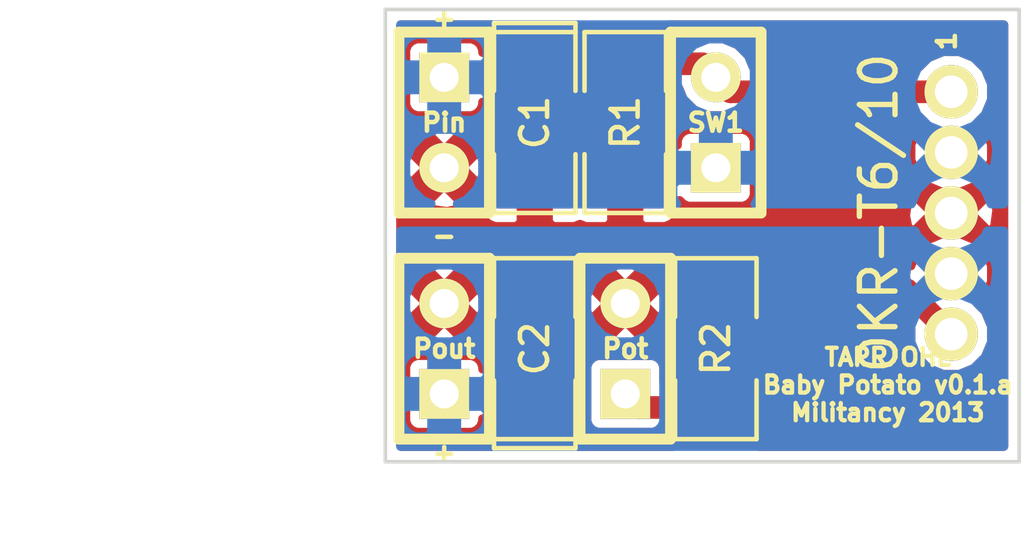
<source format=kicad_pcb>
(kicad_pcb (version 3) (host pcbnew "(2013-may-18)-stable")

  (general
    (links 15)
    (no_connects 0)
    (area 10.744288 16.160045 40.961 34.450001)
    (thickness 1.6)
    (drawings 11)
    (tracks 10)
    (zones 0)
    (modules 9)
    (nets 7)
  )

  (page A3)
  (layers
    (15 F.Cu signal)
    (0 B.Cu signal)
    (16 B.Adhes user hide)
    (17 F.Adhes user hide)
    (18 B.Paste user hide)
    (19 F.Paste user hide)
    (20 B.SilkS user hide)
    (21 F.SilkS user)
    (22 B.Mask user hide)
    (23 F.Mask user)
    (24 Dwgs.User user)
    (25 Cmts.User user)
    (26 Eco1.User user hide)
    (27 Eco2.User user hide)
    (28 Edge.Cuts user)
  )

  (setup
    (last_trace_width 0.635)
    (trace_clearance 0.127)
    (zone_clearance 0.254)
    (zone_45_only yes)
    (trace_min 0.254)
    (segment_width 0.2)
    (edge_width 0.1)
    (via_size 0.889)
    (via_drill 0.635)
    (via_min_size 0.889)
    (via_min_drill 0.508)
    (uvia_size 0.508)
    (uvia_drill 0.127)
    (uvias_allowed no)
    (uvia_min_size 0.508)
    (uvia_min_drill 0.127)
    (pcb_text_width 0.3)
    (pcb_text_size 1.5 1.5)
    (mod_edge_width 0.15)
    (mod_text_size 1 1)
    (mod_text_width 0.15)
    (pad_size 1.5 1.5)
    (pad_drill 0.9144)
    (pad_to_mask_clearance 0)
    (aux_axis_origin 0 0)
    (visible_elements FFFFFD91)
    (pcbplotparams
      (layerselection 283148289)
      (usegerberextensions true)
      (excludeedgelayer true)
      (linewidth 0.152400)
      (plotframeref false)
      (viasonmask false)
      (mode 1)
      (useauxorigin false)
      (hpglpennumber 1)
      (hpglpenspeed 20)
      (hpglpendiameter 15)
      (hpglpenoverlay 2)
      (psnegative false)
      (psa4output false)
      (plotreference true)
      (plotvalue true)
      (plotothertext true)
      (plotinvisibletext false)
      (padsonsilk false)
      (subtractmaskfromsilk false)
      (outputformat 1)
      (mirror false)
      (drillshape 0)
      (scaleselection 1)
      (outputdirectory ""))
  )

  (net 0 "")
  (net 1 GND)
  (net 2 N-000002)
  (net 3 N-000003)
  (net 4 N-000004)
  (net 5 N-000005)
  (net 6 N-000006)

  (net_class Default "This is the default net class."
    (clearance 0.127)
    (trace_width 0.635)
    (via_dia 0.889)
    (via_drill 0.635)
    (uvia_dia 0.508)
    (uvia_drill 0.127)
    (add_net "")
    (add_net GND)
    (add_net N-000002)
    (add_net N-000003)
    (add_net N-000004)
    (add_net N-000005)
    (add_net N-000006)
  )

  (module SIL-2 (layer F.Cu) (tedit 522C78A4) (tstamp 522AAA32)
    (at 22.606 27.305 90)
    (descr "Connecteurs 2 pins")
    (tags "CONN DEV")
    (path /522AA323)
    (fp_text reference Pout (at 0 0 180) (layer F.SilkS)
      (effects (font (size 0.508 0.508) (thickness 0.127)))
    )
    (fp_text value "Power out" (at 0 -2.54 90) (layer F.SilkS) hide
      (effects (font (size 1.524 1.016) (thickness 0.3048)))
    )
    (fp_line (start -2.54 1.27) (end -2.54 -1.27) (layer F.SilkS) (width 0.3048))
    (fp_line (start -2.54 -1.27) (end 2.54 -1.27) (layer F.SilkS) (width 0.3048))
    (fp_line (start 2.54 -1.27) (end 2.54 1.27) (layer F.SilkS) (width 0.3048))
    (fp_line (start 2.54 1.27) (end -2.54 1.27) (layer F.SilkS) (width 0.3048))
    (pad 1 thru_hole rect (at -1.27 0 90) (size 1.397 1.397) (drill 0.8128)
      (layers *.Cu *.Mask F.SilkS)
      (net 6 N-000006)
    )
    (pad 2 thru_hole circle (at 1.27 0 90) (size 1.397 1.397) (drill 0.8128)
      (layers *.Cu *.Mask F.SilkS)
      (net 1 GND)
    )
  )

  (module SIL-2 (layer F.Cu) (tedit 522C78A0) (tstamp 522AAA3C)
    (at 22.606 20.955 270)
    (descr "Connecteurs 2 pins")
    (tags "CONN DEV")
    (path /522AA330)
    (fp_text reference Pin (at 0 0 360) (layer F.SilkS)
      (effects (font (size 0.508 0.508) (thickness 0.127)))
    )
    (fp_text value Power_in (at 0 -2.54 270) (layer F.SilkS) hide
      (effects (font (size 1.524 1.016) (thickness 0.3048)))
    )
    (fp_line (start -2.54 1.27) (end -2.54 -1.27) (layer F.SilkS) (width 0.3048))
    (fp_line (start -2.54 -1.27) (end 2.54 -1.27) (layer F.SilkS) (width 0.3048))
    (fp_line (start 2.54 -1.27) (end 2.54 1.27) (layer F.SilkS) (width 0.3048))
    (fp_line (start 2.54 1.27) (end -2.54 1.27) (layer F.SilkS) (width 0.3048))
    (pad 1 thru_hole rect (at -1.27 0 270) (size 1.397 1.397) (drill 0.8128)
      (layers *.Cu *.Mask F.SilkS)
      (net 5 N-000005)
    )
    (pad 2 thru_hole circle (at 1.27 0 270) (size 1.397 1.397) (drill 0.8128)
      (layers *.Cu *.Mask F.SilkS)
      (net 1 GND)
    )
  )

  (module OKR-T10 (layer F.Cu) (tedit 522C94D7) (tstamp 522C91A1)
    (at 36.83 23.495 90)
    (path /522AA25C)
    (fp_text reference P2 (at 0.635 3.429 90) (layer F.SilkS) hide
      (effects (font (size 1 1) (thickness 0.15)))
    )
    (fp_text value OKR-T6/10 (at 0 -2.032 90) (layer F.SilkS)
      (effects (font (size 1 1) (thickness 0.15)))
    )
    (pad 5 thru_hole circle (at -3.4036 0 90) (size 1.5 1.5) (drill 0.9144)
      (layers *.Cu *.Mask F.SilkS)
      (net 3 N-000003)
    )
    (pad 4 thru_hole circle (at -1.7018 0 90) (size 1.5 1.5) (drill 0.9144)
      (layers *.Cu *.Mask F.SilkS)
      (net 6 N-000006)
    )
    (pad 3 thru_hole circle (at 0 0 90) (size 1.5 1.5) (drill 0.9144)
      (layers *.Cu *.Mask F.SilkS)
      (net 1 GND)
    )
    (pad 2 thru_hole circle (at 1.7018 0 90) (size 1.5 1.5) (drill 0.9144)
      (layers *.Cu *.Mask F.SilkS)
      (net 5 N-000005)
    )
    (pad 1 thru_hole circle (at 3.4036 0 90) (size 1.5 1.5) (drill 0.9144)
      (layers *.Cu *.Mask F.SilkS)
      (net 2 N-000002)
    )
  )

  (module SM1206POL (layer F.Cu) (tedit 42806E4C) (tstamp 522C7886)
    (at 25.146 20.955 270)
    (path /522AA353)
    (attr smd)
    (fp_text reference C1 (at 0 0 270) (layer F.SilkS)
      (effects (font (size 0.762 0.762) (thickness 0.127)))
    )
    (fp_text value "10uF 16V" (at 0 0 270) (layer F.SilkS) hide
      (effects (font (size 0.762 0.762) (thickness 0.127)))
    )
    (fp_line (start -2.54 -1.143) (end -2.794 -1.143) (layer F.SilkS) (width 0.127))
    (fp_line (start -2.794 -1.143) (end -2.794 1.143) (layer F.SilkS) (width 0.127))
    (fp_line (start -2.794 1.143) (end -2.54 1.143) (layer F.SilkS) (width 0.127))
    (fp_line (start -2.54 -1.143) (end -2.54 1.143) (layer F.SilkS) (width 0.127))
    (fp_line (start -2.54 1.143) (end -0.889 1.143) (layer F.SilkS) (width 0.127))
    (fp_line (start 0.889 -1.143) (end 2.54 -1.143) (layer F.SilkS) (width 0.127))
    (fp_line (start 2.54 -1.143) (end 2.54 1.143) (layer F.SilkS) (width 0.127))
    (fp_line (start 2.54 1.143) (end 0.889 1.143) (layer F.SilkS) (width 0.127))
    (fp_line (start -0.889 -1.143) (end -2.54 -1.143) (layer F.SilkS) (width 0.127))
    (pad 1 smd rect (at -1.651 0 270) (size 1.524 2.032)
      (layers F.Cu F.Paste F.Mask)
      (net 5 N-000005)
    )
    (pad 2 smd rect (at 1.651 0 270) (size 1.524 2.032)
      (layers F.Cu F.Paste F.Mask)
      (net 1 GND)
    )
    (model smd/chip_cms_pol.wrl
      (at (xyz 0 0 0))
      (scale (xyz 0.17 0.16 0.16))
      (rotate (xyz 0 0 0))
    )
  )

  (module SM1206POL (layer F.Cu) (tedit 42806E4C) (tstamp 522B8C53)
    (at 25.146 27.305 90)
    (path /522AA389)
    (attr smd)
    (fp_text reference C2 (at 0 0 90) (layer F.SilkS)
      (effects (font (size 0.762 0.762) (thickness 0.127)))
    )
    (fp_text value "10uF 16V" (at 0 0 90) (layer F.SilkS) hide
      (effects (font (size 0.762 0.762) (thickness 0.127)))
    )
    (fp_line (start -2.54 -1.143) (end -2.794 -1.143) (layer F.SilkS) (width 0.127))
    (fp_line (start -2.794 -1.143) (end -2.794 1.143) (layer F.SilkS) (width 0.127))
    (fp_line (start -2.794 1.143) (end -2.54 1.143) (layer F.SilkS) (width 0.127))
    (fp_line (start -2.54 -1.143) (end -2.54 1.143) (layer F.SilkS) (width 0.127))
    (fp_line (start -2.54 1.143) (end -0.889 1.143) (layer F.SilkS) (width 0.127))
    (fp_line (start 0.889 -1.143) (end 2.54 -1.143) (layer F.SilkS) (width 0.127))
    (fp_line (start 2.54 -1.143) (end 2.54 1.143) (layer F.SilkS) (width 0.127))
    (fp_line (start 2.54 1.143) (end 0.889 1.143) (layer F.SilkS) (width 0.127))
    (fp_line (start -0.889 -1.143) (end -2.54 -1.143) (layer F.SilkS) (width 0.127))
    (pad 1 smd rect (at -1.651 0 90) (size 1.524 2.032)
      (layers F.Cu F.Paste F.Mask)
      (net 6 N-000006)
    )
    (pad 2 smd rect (at 1.651 0 90) (size 1.524 2.032)
      (layers F.Cu F.Paste F.Mask)
      (net 1 GND)
    )
    (model smd/chip_cms_pol.wrl
      (at (xyz 0 0 0))
      (scale (xyz 0.17 0.16 0.16))
      (rotate (xyz 0 0 0))
    )
  )

  (module SM1206 (layer F.Cu) (tedit 42806E24) (tstamp 522B8C5F)
    (at 30.226 27.305 270)
    (path /522AA278)
    (attr smd)
    (fp_text reference R2 (at 0 0 270) (layer F.SilkS)
      (effects (font (size 0.762 0.762) (thickness 0.127)))
    )
    (fp_text value 220 (at 0 0 270) (layer F.SilkS) hide
      (effects (font (size 0.762 0.762) (thickness 0.127)))
    )
    (fp_line (start -2.54 -1.143) (end -2.54 1.143) (layer F.SilkS) (width 0.127))
    (fp_line (start -2.54 1.143) (end -0.889 1.143) (layer F.SilkS) (width 0.127))
    (fp_line (start 0.889 -1.143) (end 2.54 -1.143) (layer F.SilkS) (width 0.127))
    (fp_line (start 2.54 -1.143) (end 2.54 1.143) (layer F.SilkS) (width 0.127))
    (fp_line (start 2.54 1.143) (end 0.889 1.143) (layer F.SilkS) (width 0.127))
    (fp_line (start -0.889 -1.143) (end -2.54 -1.143) (layer F.SilkS) (width 0.127))
    (pad 1 smd rect (at -1.651 0 270) (size 1.524 2.032)
      (layers F.Cu F.Paste F.Mask)
      (net 3 N-000003)
    )
    (pad 2 smd rect (at 1.651 0 270) (size 1.524 2.032)
      (layers F.Cu F.Paste F.Mask)
      (net 4 N-000004)
    )
    (model smd/chip_cms.wrl
      (at (xyz 0 0 0))
      (scale (xyz 0.17 0.16 0.16))
      (rotate (xyz 0 0 0))
    )
  )

  (module SM1206 (layer F.Cu) (tedit 42806E24) (tstamp 522B8C6B)
    (at 27.686 20.955 90)
    (path /522AA33C)
    (attr smd)
    (fp_text reference R1 (at 0 0 90) (layer F.SilkS)
      (effects (font (size 0.762 0.762) (thickness 0.127)))
    )
    (fp_text value 5.1k (at 0 0 90) (layer F.SilkS) hide
      (effects (font (size 0.762 0.762) (thickness 0.127)))
    )
    (fp_line (start -2.54 -1.143) (end -2.54 1.143) (layer F.SilkS) (width 0.127))
    (fp_line (start -2.54 1.143) (end -0.889 1.143) (layer F.SilkS) (width 0.127))
    (fp_line (start 0.889 -1.143) (end 2.54 -1.143) (layer F.SilkS) (width 0.127))
    (fp_line (start 2.54 -1.143) (end 2.54 1.143) (layer F.SilkS) (width 0.127))
    (fp_line (start 2.54 1.143) (end 0.889 1.143) (layer F.SilkS) (width 0.127))
    (fp_line (start -0.889 -1.143) (end -2.54 -1.143) (layer F.SilkS) (width 0.127))
    (pad 1 smd rect (at -1.651 0 90) (size 1.524 2.032)
      (layers F.Cu F.Paste F.Mask)
      (net 1 GND)
    )
    (pad 2 smd rect (at 1.651 0 90) (size 1.524 2.032)
      (layers F.Cu F.Paste F.Mask)
      (net 2 N-000002)
    )
    (model smd/chip_cms.wrl
      (at (xyz 0 0 0))
      (scale (xyz 0.17 0.16 0.16))
      (rotate (xyz 0 0 0))
    )
  )

  (module SIL-2 (layer F.Cu) (tedit 522C78B8) (tstamp 522B8CEB)
    (at 30.226 20.955 90)
    (descr "Connecteurs 2 pins")
    (tags "CONN DEV")
    (path /522AA2A5)
    (fp_text reference SW1 (at 0 0 180) (layer F.SilkS)
      (effects (font (size 0.508 0.508) (thickness 0.127)))
    )
    (fp_text value SPST (at 0 -2.54 90) (layer F.SilkS) hide
      (effects (font (size 1.524 1.016) (thickness 0.3048)))
    )
    (fp_line (start -2.54 1.27) (end -2.54 -1.27) (layer F.SilkS) (width 0.3048))
    (fp_line (start -2.54 -1.27) (end 2.54 -1.27) (layer F.SilkS) (width 0.3048))
    (fp_line (start 2.54 -1.27) (end 2.54 1.27) (layer F.SilkS) (width 0.3048))
    (fp_line (start 2.54 1.27) (end -2.54 1.27) (layer F.SilkS) (width 0.3048))
    (pad 1 thru_hole rect (at -1.27 0 90) (size 1.397 1.397) (drill 0.8128)
      (layers *.Cu *.Mask F.SilkS)
      (net 5 N-000005)
    )
    (pad 2 thru_hole circle (at 1.27 0 90) (size 1.397 1.397) (drill 0.8128)
      (layers *.Cu *.Mask F.SilkS)
      (net 2 N-000002)
    )
  )

  (module SIL-2 (layer F.Cu) (tedit 522C9143) (tstamp 522B8CF5)
    (at 27.686 27.305 90)
    (descr "Connecteurs 2 pins")
    (tags "CONN DEV")
    (path /522AA303)
    (fp_text reference Pot (at 0 0 180) (layer F.SilkS)
      (effects (font (size 0.5334 0.508) (thickness 0.127)))
    )
    (fp_text value 200 (at 0 -2.54 90) (layer F.SilkS) hide
      (effects (font (size 1.524 1.016) (thickness 0.3048)))
    )
    (fp_line (start -2.54 1.27) (end -2.54 -1.27) (layer F.SilkS) (width 0.3048))
    (fp_line (start -2.54 -1.27) (end 2.54 -1.27) (layer F.SilkS) (width 0.3048))
    (fp_line (start 2.54 -1.27) (end 2.54 1.27) (layer F.SilkS) (width 0.3048))
    (fp_line (start 2.54 1.27) (end -2.54 1.27) (layer F.SilkS) (width 0.3048))
    (pad 1 thru_hole rect (at -1.27 0 90) (size 1.397 1.397) (drill 0.8128)
      (layers *.Cu *.Mask F.SilkS)
      (net 4 N-000004)
    )
    (pad 2 thru_hole circle (at 1.27 0 90) (size 1.397 1.397) (drill 0.8128)
      (layers *.Cu *.Mask F.SilkS)
      (net 1 GND)
    )
  )

  (gr_text 1 (at 36.703 18.669 90) (layer F.SilkS)
    (effects (font (size 0.508 0.508) (thickness 0.127)))
  )
  (gr_text "TAPR OHL\nBaby Potato v0.1.a\nMilitancy 2013" (at 35.052 28.321) (layer F.SilkS)
    (effects (font (size 0.4826 0.4826) (thickness 0.12065)))
  )
  (dimension 17.78 (width 0.3) (layer Cmts.User)
    (gr_text "0.7000 in" (at 29.845 33.1) (layer Cmts.User)
      (effects (font (size 1.5 1.5) (thickness 0.3)))
    )
    (feature1 (pts (xy 38.735 30.48) (xy 38.735 34.45)))
    (feature2 (pts (xy 20.955 30.48) (xy 20.955 34.45)))
    (crossbar (pts (xy 20.955 31.75) (xy 38.735 31.75)))
    (arrow1a (pts (xy 38.735 31.75) (xy 37.608497 32.33642)))
    (arrow1b (pts (xy 38.735 31.75) (xy 37.608497 31.16358)))
    (arrow2a (pts (xy 20.955 31.75) (xy 22.081503 32.33642)))
    (arrow2b (pts (xy 20.955 31.75) (xy 22.081503 31.16358)))
  )
  (dimension 12.7 (width 0.3) (layer Cmts.User)
    (gr_text "0.5000 in" (at 16.430001 24.13 270) (layer Cmts.User)
      (effects (font (size 1.5 1.5) (thickness 0.3)))
    )
    (feature1 (pts (xy 20.955 30.48) (xy 15.080001 30.48)))
    (feature2 (pts (xy 20.955 17.78) (xy 15.080001 17.78)))
    (crossbar (pts (xy 17.780001 17.78) (xy 17.780001 30.48)))
    (arrow1a (pts (xy 17.780001 30.48) (xy 17.193581 29.353497)))
    (arrow1b (pts (xy 17.780001 30.48) (xy 18.366421 29.353497)))
    (arrow2a (pts (xy 17.780001 17.78) (xy 17.193581 18.906503)))
    (arrow2b (pts (xy 17.780001 17.78) (xy 18.366421 18.906503)))
  )
  (gr_line (start 38.735 17.78) (end 20.955 17.78) (angle 90) (layer Edge.Cuts) (width 0.1))
  (gr_line (start 38.735 30.48) (end 38.735 17.78) (angle 90) (layer Edge.Cuts) (width 0.1))
  (gr_line (start 20.955 30.48) (end 38.735 30.48) (angle 90) (layer Edge.Cuts) (width 0.1))
  (gr_line (start 20.955 17.78) (end 20.955 30.48) (angle 90) (layer Edge.Cuts) (width 0.1))
  (gr_text + (at 22.606 30.226) (layer F.SilkS) (tstamp 522C79A9)
    (effects (font (size 0.508 0.508) (thickness 0.127)))
  )
  (gr_text - (at 22.606 24.13) (layer F.SilkS) (tstamp 522C79A8)
    (effects (font (size 0.508 0.508) (thickness 0.127)))
  )
  (gr_text + (at 22.606 18.034) (layer F.SilkS)
    (effects (font (size 0.508 0.508) (thickness 0.127)))
  )

  (segment (start 36.83 20.0914) (end 30.6324 20.0914) (width 0.635) (layer F.Cu) (net 2) (status 10))
  (segment (start 29.845 19.304) (end 27.686 19.304) (width 0.635) (layer F.Cu) (net 2) (tstamp 522C728F))
  (segment (start 30.6324 20.0914) (end 29.845 19.304) (width 0.635) (layer F.Cu) (net 2) (tstamp 522C728D))
  (segment (start 30.226 25.654) (end 35.5854 25.654) (width 0.635) (layer F.Cu) (net 3))
  (segment (start 35.5854 25.654) (end 36.83 26.8986) (width 0.635) (layer F.Cu) (net 3) (tstamp 522C91FC))
  (segment (start 30.226 28.956) (end 28.067 28.956) (width 0.635) (layer F.Cu) (net 4))
  (segment (start 28.067 28.956) (end 27.686 28.575) (width 0.635) (layer F.Cu) (net 4) (tstamp 522B8D97))
  (segment (start 22.606 19.685) (end 24.765 19.685) (width 0.635) (layer F.Cu) (net 5) (status 10))
  (segment (start 22.606 28.575) (end 24.765 28.575) (width 0.635) (layer F.Cu) (net 6) (status 10))
  (segment (start 24.765 28.575) (end 25.146 28.956) (width 0.635) (layer F.Cu) (net 6) (tstamp 524B9826))

  (zone (net 1) (net_name GND) (layer F.Cu) (tstamp 522C9264) (hatch edge 0.508)
    (connect_pads (clearance 0.254))
    (min_thickness 0.254)
    (fill (arc_segments 16) (thermal_gap 0.381) (thermal_bridge_width 1.016))
    (polygon
      (pts
        (xy 38.735 30.48) (xy 20.955 30.48) (xy 20.955 17.78) (xy 38.735 17.78)
      )
    )
    (filled_polygon
      (pts
        (xy 38.304 30.049) (xy 38.110254 30.049) (xy 38.110254 23.416706) (xy 38.042762 23.077403) (xy 37.868111 22.98722)
        (xy 37.36033 23.495) (xy 37.868111 24.00278) (xy 38.042762 23.912597) (xy 38.110254 23.416706) (xy 38.110254 30.049)
        (xy 37.961195 30.049) (xy 37.961195 26.674617) (xy 37.789374 26.258777) (xy 37.578575 26.04761) (xy 37.788256 25.838296)
        (xy 37.960803 25.422757) (xy 37.961195 24.972817) (xy 37.789374 24.556977) (xy 37.471496 24.238544) (xy 37.055957 24.065997)
        (xy 36.870505 24.065835) (xy 36.83 24.02533) (xy 36.789565 24.065764) (xy 36.606017 24.065605) (xy 36.29967 24.192184)
        (xy 36.29967 23.495) (xy 35.791889 22.98722) (xy 35.617238 23.077403) (xy 35.549746 23.573294) (xy 35.617238 23.912597)
        (xy 35.791889 24.00278) (xy 36.29967 23.495) (xy 36.29967 24.192184) (xy 36.190177 24.237426) (xy 35.871744 24.555304)
        (xy 35.699197 24.970843) (xy 35.69919 24.978134) (xy 35.5854 24.9555) (xy 31.623066 24.9555) (xy 31.623066 24.816547)
        (xy 31.565184 24.676463) (xy 31.458101 24.569192) (xy 31.318118 24.511066) (xy 31.305566 24.511055) (xy 31.305566 22.848047)
        (xy 31.305566 21.451047) (xy 31.247684 21.310963) (xy 31.140601 21.203692) (xy 31.000618 21.145566) (xy 30.849047 21.145434)
        (xy 29.452047 21.145434) (xy 29.311963 21.203316) (xy 29.204692 21.310399) (xy 29.146566 21.450382) (xy 29.146444 21.589367)
        (xy 29.132913 21.556617) (xy 28.990135 21.41359) (xy 28.803491 21.336088) (xy 28.601396 21.335912) (xy 28.194 21.336)
        (xy 28.067 21.463) (xy 28.067 22.225) (xy 28.087 22.225) (xy 28.087 22.987) (xy 28.067 22.987)
        (xy 28.067 23.749) (xy 28.194 23.876) (xy 28.601396 23.876088) (xy 28.803491 23.875912) (xy 28.990135 23.79841)
        (xy 29.132913 23.655383) (xy 29.210088 23.468604) (xy 29.210007 23.144738) (xy 29.311399 23.246308) (xy 29.451382 23.304434)
        (xy 29.602953 23.304566) (xy 30.999953 23.304566) (xy 31.140037 23.246684) (xy 31.247308 23.139601) (xy 31.305434 22.999618)
        (xy 31.305566 22.848047) (xy 31.305566 24.511055) (xy 31.166547 24.510934) (xy 29.134547 24.510934) (xy 28.994463 24.568816)
        (xy 28.887192 24.675899) (xy 28.829066 24.815882) (xy 28.828934 24.967453) (xy 28.828934 25.616345) (xy 28.672867 25.542048)
        (xy 28.179914 26.035) (xy 28.672867 26.527952) (xy 28.828934 26.453654) (xy 28.828934 26.491453) (xy 28.886816 26.631537)
        (xy 28.993899 26.738808) (xy 29.133882 26.796934) (xy 29.285453 26.797066) (xy 31.317453 26.797066) (xy 31.457537 26.739184)
        (xy 31.564808 26.632101) (xy 31.622934 26.492118) (xy 31.623055 26.3525) (xy 35.296072 26.3525) (xy 35.699124 26.755552)
        (xy 35.698805 27.122583) (xy 35.870626 27.538423) (xy 36.188504 27.856856) (xy 36.604043 28.029403) (xy 37.053983 28.029795)
        (xy 37.469823 27.857974) (xy 37.788256 27.540096) (xy 37.960803 27.124557) (xy 37.961195 26.674617) (xy 37.961195 30.049)
        (xy 31.43862 30.049) (xy 31.457537 30.041184) (xy 31.564808 29.934101) (xy 31.622934 29.794118) (xy 31.623066 29.642547)
        (xy 31.623066 28.118547) (xy 31.565184 27.978463) (xy 31.458101 27.871192) (xy 31.318118 27.813066) (xy 31.166547 27.812934)
        (xy 29.134547 27.812934) (xy 28.994463 27.870816) (xy 28.887192 27.977899) (xy 28.829066 28.117882) (xy 28.828944 28.2575)
        (xy 28.765566 28.2575) (xy 28.765566 27.801047) (xy 28.707684 27.660963) (xy 28.600601 27.553692) (xy 28.460618 27.495566)
        (xy 28.309047 27.495434) (xy 28.178952 27.495434) (xy 28.178952 27.021867) (xy 28.178952 25.048133) (xy 28.096753 24.875468)
        (xy 27.621752 24.806543) (xy 27.305 24.869549) (xy 27.305 23.749) (xy 27.305 22.987) (xy 27.305 22.225)
        (xy 27.305 21.463) (xy 27.178 21.336) (xy 26.770604 21.335912) (xy 26.568509 21.336088) (xy 26.416 21.399415)
        (xy 26.263491 21.336088) (xy 26.061396 21.335912) (xy 25.654 21.336) (xy 25.527 21.463) (xy 25.527 22.225)
        (xy 26.289 22.225) (xy 26.543 22.225) (xy 27.305 22.225) (xy 27.305 22.987) (xy 26.543 22.987)
        (xy 26.289 22.987) (xy 25.527 22.987) (xy 25.527 23.749) (xy 25.654 23.876) (xy 26.061396 23.876088)
        (xy 26.263491 23.875912) (xy 26.416 23.812584) (xy 26.568509 23.875912) (xy 26.770604 23.876088) (xy 27.178 23.876)
        (xy 27.305 23.749) (xy 27.305 24.869549) (xy 27.275247 24.875468) (xy 27.193048 25.048133) (xy 27.686 25.541086)
        (xy 28.178952 25.048133) (xy 28.178952 27.021867) (xy 27.686 26.528914) (xy 27.193048 27.021867) (xy 27.275247 27.194532)
        (xy 27.750248 27.263457) (xy 28.096753 27.194532) (xy 28.178952 27.021867) (xy 28.178952 27.495434) (xy 27.192086 27.495434)
        (xy 27.192086 26.035) (xy 26.699133 25.542048) (xy 26.670088 25.555875) (xy 26.67 25.555916) (xy 26.67 25.272998)
        (xy 26.543002 25.272998) (xy 26.67 25.146) (xy 26.670088 24.791396) (xy 26.592913 24.604617) (xy 26.450135 24.46159)
        (xy 26.263491 24.384088) (xy 26.061396 24.383912) (xy 25.654 24.384) (xy 25.527 24.511) (xy 25.527 25.273)
        (xy 25.547 25.273) (xy 25.547 26.035) (xy 25.527 26.035) (xy 25.527 26.797) (xy 25.654 26.924)
        (xy 26.061396 26.924088) (xy 26.263491 26.923912) (xy 26.450135 26.84641) (xy 26.592913 26.703383) (xy 26.670088 26.516604)
        (xy 26.670087 26.514124) (xy 26.699133 26.527952) (xy 27.192086 26.035) (xy 27.192086 27.495434) (xy 26.912047 27.495434)
        (xy 26.771963 27.553316) (xy 26.664692 27.660399) (xy 26.606566 27.800382) (xy 26.606434 27.951953) (xy 26.606434 29.348953)
        (xy 26.664316 29.489037) (xy 26.771399 29.596308) (xy 26.911382 29.654434) (xy 27.062953 29.654566) (xy 28.459953 29.654566)
        (xy 28.460112 29.6545) (xy 28.828934 29.6545) (xy 28.828934 29.793453) (xy 28.886816 29.933537) (xy 28.993899 30.040808)
        (xy 29.013627 30.049) (xy 26.35862 30.049) (xy 26.377537 30.041184) (xy 26.484808 29.934101) (xy 26.542934 29.794118)
        (xy 26.543066 29.642547) (xy 26.543066 28.118547) (xy 26.485184 27.978463) (xy 26.378101 27.871192) (xy 26.238118 27.813066)
        (xy 26.086547 27.812934) (xy 24.765 27.812934) (xy 24.765 26.797) (xy 24.765 26.035) (xy 24.745 26.035)
        (xy 24.745 25.273) (xy 24.765 25.273) (xy 24.765 24.511) (xy 24.765 23.749) (xy 24.765 22.987)
        (xy 24.745 22.987) (xy 24.745 22.225) (xy 24.765 22.225) (xy 24.765 21.463) (xy 24.638 21.336)
        (xy 24.230604 21.335912) (xy 24.028509 21.336088) (xy 23.841865 21.41359) (xy 23.699087 21.556617) (xy 23.621912 21.743396)
        (xy 23.621912 21.745875) (xy 23.592867 21.732048) (xy 23.099914 22.225) (xy 23.592867 22.717952) (xy 23.622 22.704082)
        (xy 23.622 22.987002) (xy 23.748998 22.987002) (xy 23.622 23.114) (xy 23.621912 23.468604) (xy 23.699087 23.655383)
        (xy 23.841865 23.79841) (xy 24.028509 23.875912) (xy 24.230604 23.876088) (xy 24.638 23.876) (xy 24.765 23.749)
        (xy 24.765 24.511) (xy 24.638 24.384) (xy 24.230604 24.383912) (xy 24.028509 24.384088) (xy 23.841865 24.46159)
        (xy 23.699087 24.604617) (xy 23.621912 24.791396) (xy 23.622 25.146) (xy 23.748998 25.272998) (xy 23.622 25.272998)
        (xy 23.622 25.555917) (xy 23.592867 25.542048) (xy 23.099914 26.035) (xy 23.592867 26.527952) (xy 23.621912 26.514124)
        (xy 23.621912 26.516604) (xy 23.699087 26.703383) (xy 23.841865 26.84641) (xy 24.028509 26.923912) (xy 24.230604 26.924088)
        (xy 24.638 26.924) (xy 24.765 26.797) (xy 24.765 27.812934) (xy 24.054547 27.812934) (xy 23.914463 27.870816)
        (xy 23.908769 27.8765) (xy 23.685566 27.8765) (xy 23.685566 27.801047) (xy 23.627684 27.660963) (xy 23.520601 27.553692)
        (xy 23.380618 27.495566) (xy 23.229047 27.495434) (xy 23.098952 27.495434) (xy 23.098952 27.021867) (xy 23.098952 25.048133)
        (xy 23.098952 23.211867) (xy 23.098952 21.238133) (xy 23.016753 21.065468) (xy 22.541752 20.996543) (xy 22.195247 21.065468)
        (xy 22.113048 21.238133) (xy 22.606 21.731086) (xy 23.098952 21.238133) (xy 23.098952 23.211867) (xy 22.606 22.718914)
        (xy 22.113048 23.211867) (xy 22.195247 23.384532) (xy 22.670248 23.453457) (xy 23.016753 23.384532) (xy 23.098952 23.211867)
        (xy 23.098952 25.048133) (xy 23.016753 24.875468) (xy 22.541752 24.806543) (xy 22.195247 24.875468) (xy 22.113048 25.048133)
        (xy 22.606 25.541086) (xy 23.098952 25.048133) (xy 23.098952 27.021867) (xy 22.606 26.528914) (xy 22.113048 27.021867)
        (xy 22.195247 27.194532) (xy 22.670248 27.263457) (xy 23.016753 27.194532) (xy 23.098952 27.021867) (xy 23.098952 27.495434)
        (xy 21.832047 27.495434) (xy 21.691963 27.553316) (xy 21.584692 27.660399) (xy 21.526566 27.800382) (xy 21.526434 27.951953)
        (xy 21.526434 29.348953) (xy 21.584316 29.489037) (xy 21.691399 29.596308) (xy 21.831382 29.654434) (xy 21.982953 29.654566)
        (xy 23.379953 29.654566) (xy 23.520037 29.596684) (xy 23.627308 29.489601) (xy 23.685434 29.349618) (xy 23.6855 29.2735)
        (xy 23.748934 29.2735) (xy 23.748934 29.793453) (xy 23.806816 29.933537) (xy 23.913899 30.040808) (xy 23.933627 30.049)
        (xy 21.386 30.049) (xy 21.386 26.141763) (xy 21.446468 26.445753) (xy 21.619133 26.527952) (xy 22.112086 26.035)
        (xy 21.619133 25.542048) (xy 21.446468 25.624247) (xy 21.386 26.040966) (xy 21.386 22.331763) (xy 21.446468 22.635753)
        (xy 21.619133 22.717952) (xy 22.112086 22.225) (xy 21.619133 21.732048) (xy 21.446468 21.814247) (xy 21.386 22.230966)
        (xy 21.386 18.211) (xy 23.933379 18.211) (xy 23.914463 18.218816) (xy 23.807192 18.325899) (xy 23.749066 18.465882)
        (xy 23.748934 18.617453) (xy 23.748934 18.9865) (xy 23.685566 18.9865) (xy 23.685566 18.911047) (xy 23.627684 18.770963)
        (xy 23.520601 18.663692) (xy 23.380618 18.605566) (xy 23.229047 18.605434) (xy 21.832047 18.605434) (xy 21.691963 18.663316)
        (xy 21.584692 18.770399) (xy 21.526566 18.910382) (xy 21.526434 19.061953) (xy 21.526434 20.458953) (xy 21.584316 20.599037)
        (xy 21.691399 20.706308) (xy 21.831382 20.764434) (xy 21.982953 20.764566) (xy 23.379953 20.764566) (xy 23.520037 20.706684)
        (xy 23.627308 20.599601) (xy 23.685434 20.459618) (xy 23.6855 20.3835) (xy 23.9086 20.3835) (xy 23.913899 20.388808)
        (xy 24.053882 20.446934) (xy 24.205453 20.447066) (xy 26.237453 20.447066) (xy 26.377537 20.389184) (xy 26.415972 20.350815)
        (xy 26.453899 20.388808) (xy 26.593882 20.446934) (xy 26.745453 20.447066) (xy 28.777453 20.447066) (xy 28.917537 20.389184)
        (xy 29.024808 20.282101) (xy 29.082934 20.142118) (xy 29.083055 20.0025) (xy 29.189168 20.0025) (xy 29.310311 20.295688)
        (xy 29.613714 20.599621) (xy 30.010332 20.764312) (xy 30.439784 20.764686) (xy 30.461185 20.755843) (xy 30.632399 20.789899)
        (xy 30.6324 20.7899) (xy 35.9292 20.7899) (xy 36.081424 20.942389) (xy 35.871744 21.151704) (xy 35.699197 21.567243)
        (xy 35.698805 22.017183) (xy 35.870626 22.433023) (xy 36.188504 22.751456) (xy 36.604043 22.924003) (xy 36.789494 22.924164)
        (xy 36.83 22.96467) (xy 36.870434 22.924235) (xy 37.053983 22.924395) (xy 37.469823 22.752574) (xy 37.788256 22.434696)
        (xy 37.960803 22.019157) (xy 37.961195 21.569217) (xy 37.789374 21.153377) (xy 37.578575 20.94221) (xy 37.788256 20.732896)
        (xy 37.960803 20.317357) (xy 37.961195 19.867417) (xy 37.789374 19.451577) (xy 37.471496 19.133144) (xy 37.055957 18.960597)
        (xy 36.606017 18.960205) (xy 36.190177 19.132026) (xy 35.928847 19.3929) (xy 31.273326 19.3929) (xy 31.141689 19.074312)
        (xy 30.838286 18.770379) (xy 30.441668 18.605688) (xy 30.012216 18.605314) (xy 29.957572 18.627892) (xy 29.845 18.6055)
        (xy 29.083066 18.6055) (xy 29.083066 18.466547) (xy 29.025184 18.326463) (xy 28.918101 18.219192) (xy 28.898372 18.211)
        (xy 38.304 18.211) (xy 38.304 30.049)
      )
    )
  )
  (zone (net 5) (net_name N-000005) (layer B.Cu) (tstamp 524B9854) (hatch edge 0.508)
    (connect_pads (clearance 0.254))
    (min_thickness 0.254)
    (fill (arc_segments 16) (thermal_gap 0.381) (thermal_bridge_width 1.016))
    (polygon
      (pts
        (xy 38.735 23.368) (xy 20.955 23.368) (xy 20.955 17.78) (xy 38.735 17.78)
      )
    )
    (filled_polygon
      (pts
        (xy 38.304 23.241) (xy 38.110254 23.241) (xy 38.110254 21.714906) (xy 38.042762 21.375603) (xy 37.961195 21.333484)
        (xy 37.961195 19.867417) (xy 37.789374 19.451577) (xy 37.471496 19.133144) (xy 37.055957 18.960597) (xy 36.606017 18.960205)
        (xy 36.190177 19.132026) (xy 35.871744 19.449904) (xy 35.699197 19.865443) (xy 35.698805 20.315383) (xy 35.870626 20.731223)
        (xy 36.188504 21.049656) (xy 36.604043 21.222203) (xy 36.789494 21.222364) (xy 36.83 21.26287) (xy 36.870434 21.222435)
        (xy 37.053983 21.222595) (xy 37.469823 21.050774) (xy 37.788256 20.732896) (xy 37.960803 20.317357) (xy 37.961195 19.867417)
        (xy 37.961195 21.333484) (xy 37.868111 21.28542) (xy 37.36033 21.7932) (xy 37.868111 22.30098) (xy 38.042762 22.210797)
        (xy 38.110254 21.714906) (xy 38.110254 23.241) (xy 37.948792 23.241) (xy 37.789374 22.855177) (xy 37.471496 22.536744)
        (xy 37.055957 22.364197) (xy 36.870505 22.364035) (xy 36.83 22.32353) (xy 36.789565 22.363964) (xy 36.606017 22.363805)
        (xy 36.29967 22.490384) (xy 36.29967 21.7932) (xy 35.791889 21.28542) (xy 35.617238 21.375603) (xy 35.549746 21.871494)
        (xy 35.617238 22.210797) (xy 35.791889 22.30098) (xy 36.29967 21.7932) (xy 36.29967 22.490384) (xy 36.190177 22.535626)
        (xy 35.871744 22.853504) (xy 35.710841 23.241) (xy 31.325348 23.241) (xy 31.355413 23.210883) (xy 31.432588 23.024104)
        (xy 31.432588 21.425896) (xy 31.355413 21.239117) (xy 31.305686 21.189303) (xy 31.305686 19.471216) (xy 31.141689 19.074312)
        (xy 30.838286 18.770379) (xy 30.441668 18.605688) (xy 30.012216 18.605314) (xy 29.615312 18.769311) (xy 29.311379 19.072714)
        (xy 29.146688 19.469332) (xy 29.146314 19.898784) (xy 29.310311 20.295688) (xy 29.613714 20.599621) (xy 30.010332 20.764312)
        (xy 30.439784 20.764686) (xy 30.836688 20.600689) (xy 31.140621 20.297286) (xy 31.305312 19.900668) (xy 31.305686 19.471216)
        (xy 31.305686 21.189303) (xy 31.212635 21.09609) (xy 31.025991 21.018588) (xy 30.823896 21.018412) (xy 30.70225 21.0185)
        (xy 30.57525 21.1455) (xy 30.57525 21.87575) (xy 31.3055 21.87575) (xy 31.4325 21.74875) (xy 31.432588 21.425896)
        (xy 31.432588 23.024104) (xy 31.4325 22.70125) (xy 31.3055 22.57425) (xy 30.57525 22.57425) (xy 30.57525 22.626)
        (xy 29.87675 22.626) (xy 29.87675 22.57425) (xy 29.87675 21.87575) (xy 29.87675 21.1455) (xy 29.74975 21.0185)
        (xy 29.628104 21.018412) (xy 29.426009 21.018588) (xy 29.239365 21.09609) (xy 29.096587 21.239117) (xy 29.019412 21.425896)
        (xy 29.0195 21.74875) (xy 29.1465 21.87575) (xy 29.87675 21.87575) (xy 29.87675 22.57425) (xy 29.1465 22.57425)
        (xy 29.0195 22.70125) (xy 29.019412 23.024104) (xy 29.096587 23.210883) (xy 29.126651 23.241) (xy 23.812588 23.241)
        (xy 23.812588 20.484104) (xy 23.812588 18.885896) (xy 23.735413 18.699117) (xy 23.592635 18.55609) (xy 23.405991 18.478588)
        (xy 23.203896 18.478412) (xy 23.08225 18.4785) (xy 22.95525 18.6055) (xy 22.95525 19.33575) (xy 23.6855 19.33575)
        (xy 23.8125 19.20875) (xy 23.812588 18.885896) (xy 23.812588 20.484104) (xy 23.8125 20.16125) (xy 23.6855 20.03425)
        (xy 22.95525 20.03425) (xy 22.95525 20.7645) (xy 23.08225 20.8915) (xy 23.203896 20.891588) (xy 23.405991 20.891412)
        (xy 23.592635 20.81391) (xy 23.735413 20.670883) (xy 23.812588 20.484104) (xy 23.812588 23.241) (xy 22.973916 23.241)
        (xy 23.216688 23.140689) (xy 23.520621 22.837286) (xy 23.685312 22.440668) (xy 23.685686 22.011216) (xy 23.521689 21.614312)
        (xy 23.218286 21.310379) (xy 22.821668 21.145688) (xy 22.392216 21.145314) (xy 22.25675 21.201287) (xy 22.25675 20.7645)
        (xy 22.25675 20.03425) (xy 22.25675 19.33575) (xy 22.25675 18.6055) (xy 22.12975 18.4785) (xy 22.008104 18.478412)
        (xy 21.806009 18.478588) (xy 21.619365 18.55609) (xy 21.476587 18.699117) (xy 21.399412 18.885896) (xy 21.3995 19.20875)
        (xy 21.5265 19.33575) (xy 22.25675 19.33575) (xy 22.25675 20.03425) (xy 21.5265 20.03425) (xy 21.3995 20.16125)
        (xy 21.399412 20.484104) (xy 21.476587 20.670883) (xy 21.619365 20.81391) (xy 21.806009 20.891412) (xy 22.008104 20.891588)
        (xy 22.12975 20.8915) (xy 22.25675 20.7645) (xy 22.25675 21.201287) (xy 21.995312 21.309311) (xy 21.691379 21.612714)
        (xy 21.526688 22.009332) (xy 21.526314 22.438784) (xy 21.690311 22.835688) (xy 21.993714 23.139621) (xy 22.23786 23.241)
        (xy 21.386 23.241) (xy 21.386 18.211) (xy 38.304 18.211) (xy 38.304 23.241)
      )
    )
  )
  (zone (net 6) (net_name N-000006) (layer B.Cu) (tstamp 524B98E0) (hatch edge 0.508)
    (connect_pads (clearance 0.254))
    (min_thickness 0.254)
    (fill (arc_segments 16) (thermal_gap 0.381) (thermal_bridge_width 1.016))
    (polygon
      (pts
        (xy 38.735 30.48) (xy 20.955 30.48) (xy 20.955 23.876) (xy 38.735 23.876)
      )
    )
    (filled_polygon
      (pts
        (xy 38.304 30.049) (xy 38.110254 30.049) (xy 38.110254 25.118506) (xy 38.042762 24.779203) (xy 37.868111 24.68902)
        (xy 37.36033 25.1968) (xy 37.868111 25.70458) (xy 38.042762 25.614397) (xy 38.110254 25.118506) (xy 38.110254 30.049)
        (xy 37.961195 30.049) (xy 37.961195 26.674617) (xy 37.789374 26.258777) (xy 37.471496 25.940344) (xy 37.055957 25.767797)
        (xy 36.870505 25.767635) (xy 36.83 25.72713) (xy 36.789565 25.767564) (xy 36.606017 25.767405) (xy 36.29967 25.893984)
        (xy 36.29967 25.1968) (xy 35.791889 24.68902) (xy 35.617238 24.779203) (xy 35.549746 25.275094) (xy 35.617238 25.614397)
        (xy 35.791889 25.70458) (xy 36.29967 25.1968) (xy 36.29967 25.893984) (xy 36.190177 25.939226) (xy 35.871744 26.257104)
        (xy 35.699197 26.672643) (xy 35.698805 27.122583) (xy 35.870626 27.538423) (xy 36.188504 27.856856) (xy 36.604043 28.029403)
        (xy 37.053983 28.029795) (xy 37.469823 27.857974) (xy 37.788256 27.540096) (xy 37.960803 27.124557) (xy 37.961195 26.674617)
        (xy 37.961195 30.049) (xy 28.765686 30.049) (xy 28.765686 25.821216) (xy 28.601689 25.424312) (xy 28.298286 25.120379)
        (xy 27.901668 24.955688) (xy 27.472216 24.955314) (xy 27.075312 25.119311) (xy 26.771379 25.422714) (xy 26.606688 25.819332)
        (xy 26.606314 26.248784) (xy 26.770311 26.645688) (xy 27.073714 26.949621) (xy 27.470332 27.114312) (xy 27.899784 27.114686)
        (xy 28.296688 26.950689) (xy 28.600621 26.647286) (xy 28.765312 26.250668) (xy 28.765686 25.821216) (xy 28.765686 30.049)
        (xy 28.765566 30.049) (xy 28.765566 29.198047) (xy 28.765566 27.801047) (xy 28.707684 27.660963) (xy 28.600601 27.553692)
        (xy 28.460618 27.495566) (xy 28.309047 27.495434) (xy 26.912047 27.495434) (xy 26.771963 27.553316) (xy 26.664692 27.660399)
        (xy 26.606566 27.800382) (xy 26.606434 27.951953) (xy 26.606434 29.348953) (xy 26.664316 29.489037) (xy 26.771399 29.596308)
        (xy 26.911382 29.654434) (xy 27.062953 29.654566) (xy 28.459953 29.654566) (xy 28.600037 29.596684) (xy 28.707308 29.489601)
        (xy 28.765434 29.349618) (xy 28.765566 29.198047) (xy 28.765566 30.049) (xy 23.812588 30.049) (xy 23.812588 29.374104)
        (xy 23.812588 27.775896) (xy 23.735413 27.589117) (xy 23.685686 27.539303) (xy 23.685686 25.821216) (xy 23.521689 25.424312)
        (xy 23.218286 25.120379) (xy 22.821668 24.955688) (xy 22.392216 24.955314) (xy 21.995312 25.119311) (xy 21.691379 25.422714)
        (xy 21.526688 25.819332) (xy 21.526314 26.248784) (xy 21.690311 26.645688) (xy 21.993714 26.949621) (xy 22.390332 27.114312)
        (xy 22.819784 27.114686) (xy 23.216688 26.950689) (xy 23.520621 26.647286) (xy 23.685312 26.250668) (xy 23.685686 25.821216)
        (xy 23.685686 27.539303) (xy 23.592635 27.44609) (xy 23.405991 27.368588) (xy 23.203896 27.368412) (xy 23.08225 27.3685)
        (xy 22.95525 27.4955) (xy 22.95525 28.22575) (xy 23.6855 28.22575) (xy 23.8125 28.09875) (xy 23.812588 27.775896)
        (xy 23.812588 29.374104) (xy 23.8125 29.05125) (xy 23.6855 28.92425) (xy 22.95525 28.92425) (xy 22.95525 29.6545)
        (xy 23.08225 29.7815) (xy 23.203896 29.781588) (xy 23.405991 29.781412) (xy 23.592635 29.70391) (xy 23.735413 29.560883)
        (xy 23.812588 29.374104) (xy 23.812588 30.049) (xy 22.25675 30.049) (xy 22.25675 29.6545) (xy 22.25675 28.92425)
        (xy 22.25675 28.22575) (xy 22.25675 27.4955) (xy 22.12975 27.3685) (xy 22.008104 27.368412) (xy 21.806009 27.368588)
        (xy 21.619365 27.44609) (xy 21.476587 27.589117) (xy 21.399412 27.775896) (xy 21.3995 28.09875) (xy 21.5265 28.22575)
        (xy 22.25675 28.22575) (xy 22.25675 28.92425) (xy 21.5265 28.92425) (xy 21.3995 29.05125) (xy 21.399412 29.374104)
        (xy 21.476587 29.560883) (xy 21.619365 29.70391) (xy 21.806009 29.781412) (xy 22.008104 29.781588) (xy 22.12975 29.7815)
        (xy 22.25675 29.6545) (xy 22.25675 30.049) (xy 21.386 30.049) (xy 21.386 24.003) (xy 35.816158 24.003)
        (xy 35.870626 24.134823) (xy 36.188504 24.453256) (xy 36.604043 24.625803) (xy 36.789494 24.625964) (xy 36.83 24.66647)
        (xy 36.870434 24.626035) (xy 37.053983 24.626195) (xy 37.469823 24.454374) (xy 37.788256 24.136496) (xy 37.843688 24.003)
        (xy 38.304 24.003) (xy 38.304 30.049)
      )
    )
  )
)

</source>
